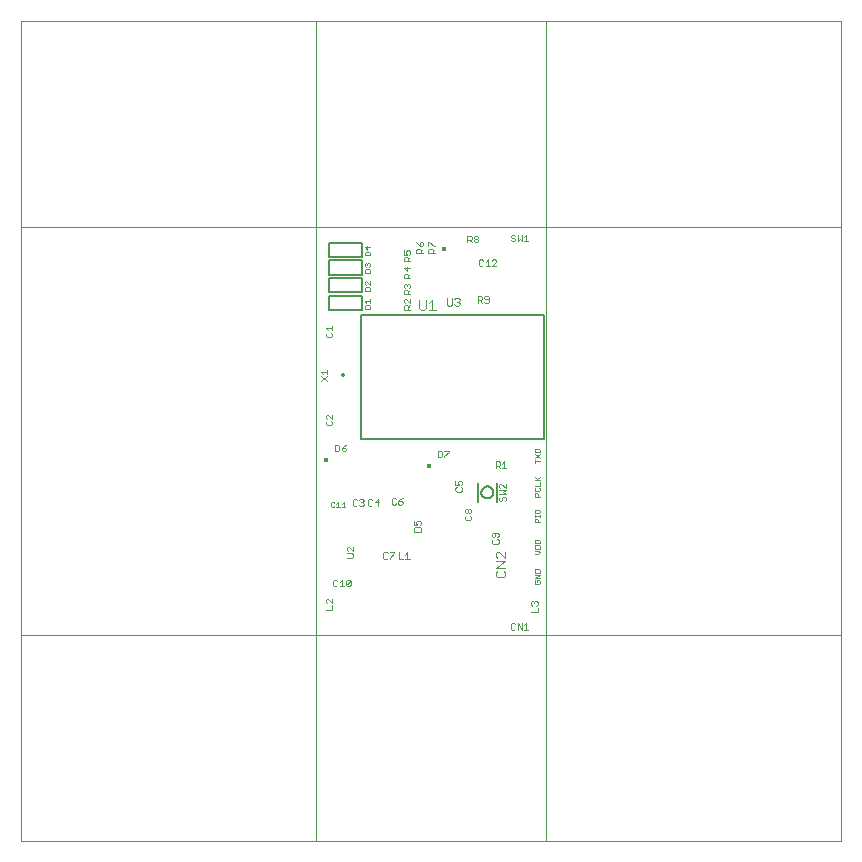
<source format=gto>
G75*
%MOIN*%
%OFA0B0*%
%FSLAX25Y25*%
%IPPOS*%
%LPD*%
%AMOC8*
5,1,8,0,0,1.08239X$1,22.5*
%
%ADD10C,0.00200*%
%ADD11C,0.00000*%
%ADD12C,0.00500*%
%ADD13C,0.00300*%
%ADD14C,0.01378*%
%ADD15R,0.01575X0.01575*%
%ADD16C,0.00400*%
D10*
X0102673Y0078265D02*
X0104837Y0078265D01*
X0104837Y0079708D01*
X0104837Y0080440D02*
X0103394Y0081883D01*
X0103034Y0081883D01*
X0102673Y0081522D01*
X0102673Y0080801D01*
X0103034Y0080440D01*
X0104837Y0080440D02*
X0104837Y0081883D01*
X0105565Y0086139D02*
X0106287Y0086139D01*
X0106647Y0086500D01*
X0107380Y0086139D02*
X0108822Y0086139D01*
X0108101Y0086139D02*
X0108101Y0088303D01*
X0107380Y0087582D01*
X0106647Y0087943D02*
X0106287Y0088303D01*
X0105565Y0088303D01*
X0105205Y0087943D01*
X0105205Y0086500D01*
X0105565Y0086139D01*
X0109555Y0086500D02*
X0110998Y0087943D01*
X0110998Y0086500D01*
X0110637Y0086139D01*
X0109916Y0086139D01*
X0109555Y0086500D01*
X0109555Y0087943D01*
X0109916Y0088303D01*
X0110637Y0088303D01*
X0110998Y0087943D01*
X0111563Y0095569D02*
X0109760Y0095569D01*
X0109760Y0097011D02*
X0111563Y0097011D01*
X0111924Y0096651D01*
X0111924Y0095929D01*
X0111563Y0095569D01*
X0111924Y0097744D02*
X0110481Y0099187D01*
X0110120Y0099187D01*
X0109760Y0098826D01*
X0109760Y0098104D01*
X0110120Y0097744D01*
X0111924Y0097744D02*
X0111924Y0099187D01*
X0121947Y0096998D02*
X0121947Y0095555D01*
X0122307Y0095194D01*
X0123029Y0095194D01*
X0123389Y0095555D01*
X0124122Y0095555D02*
X0125564Y0096998D01*
X0125564Y0097359D01*
X0124122Y0097359D01*
X0123389Y0096998D02*
X0123029Y0097359D01*
X0122307Y0097359D01*
X0121947Y0096998D01*
X0124122Y0095555D02*
X0124122Y0095194D01*
X0127065Y0095194D02*
X0127065Y0097359D01*
X0127065Y0095194D02*
X0128507Y0095194D01*
X0129240Y0095194D02*
X0130683Y0095194D01*
X0129961Y0095194D02*
X0129961Y0097359D01*
X0129240Y0096637D01*
X0132201Y0104250D02*
X0132201Y0105332D01*
X0132561Y0105692D01*
X0134004Y0105692D01*
X0134365Y0105332D01*
X0134365Y0104250D01*
X0132201Y0104250D01*
X0132201Y0106425D02*
X0133283Y0106425D01*
X0132922Y0107146D01*
X0132922Y0107507D01*
X0133283Y0107867D01*
X0134004Y0107867D01*
X0134365Y0107507D01*
X0134365Y0106785D01*
X0134004Y0106425D01*
X0132201Y0106425D02*
X0132201Y0107867D01*
X0127979Y0113305D02*
X0128340Y0113665D01*
X0128340Y0114026D01*
X0127979Y0114387D01*
X0126897Y0114387D01*
X0126897Y0113665D01*
X0127258Y0113305D01*
X0127979Y0113305D01*
X0126897Y0114387D02*
X0127618Y0115108D01*
X0128340Y0115469D01*
X0126165Y0115108D02*
X0125804Y0115469D01*
X0125083Y0115469D01*
X0124722Y0115108D01*
X0124722Y0113665D01*
X0125083Y0113305D01*
X0125804Y0113305D01*
X0126165Y0113665D01*
X0120446Y0113993D02*
X0119004Y0113993D01*
X0120086Y0115075D01*
X0120086Y0112911D01*
X0118271Y0113272D02*
X0117911Y0112911D01*
X0117189Y0112911D01*
X0116829Y0113272D01*
X0116829Y0114714D01*
X0117189Y0115075D01*
X0117911Y0115075D01*
X0118271Y0114714D01*
X0115328Y0114714D02*
X0115328Y0114354D01*
X0114968Y0113993D01*
X0115328Y0113632D01*
X0115328Y0113272D01*
X0114968Y0112911D01*
X0114246Y0112911D01*
X0113886Y0113272D01*
X0113153Y0113272D02*
X0112792Y0112911D01*
X0112071Y0112911D01*
X0111710Y0113272D01*
X0111710Y0114714D01*
X0112071Y0115075D01*
X0112792Y0115075D01*
X0113153Y0114714D01*
X0113886Y0114714D02*
X0114246Y0115075D01*
X0114968Y0115075D01*
X0115328Y0114714D01*
X0114968Y0113993D02*
X0114607Y0113993D01*
X0109317Y0112420D02*
X0108116Y0112420D01*
X0108716Y0112420D02*
X0108716Y0114222D01*
X0108116Y0113621D01*
X0107475Y0112420D02*
X0106274Y0112420D01*
X0106875Y0112420D02*
X0106875Y0114222D01*
X0106274Y0113621D01*
X0105634Y0113922D02*
X0105333Y0114222D01*
X0104733Y0114222D01*
X0104433Y0113922D01*
X0104433Y0112721D01*
X0104733Y0112420D01*
X0105333Y0112420D01*
X0105634Y0112721D01*
X0105824Y0131021D02*
X0106906Y0131021D01*
X0107267Y0131382D01*
X0107267Y0132825D01*
X0106906Y0133185D01*
X0105824Y0133185D01*
X0105824Y0131021D01*
X0107999Y0131382D02*
X0108360Y0131021D01*
X0109082Y0131021D01*
X0109442Y0131382D01*
X0109442Y0131743D01*
X0109082Y0132103D01*
X0107999Y0132103D01*
X0107999Y0131382D01*
X0107999Y0132103D02*
X0108721Y0132825D01*
X0109442Y0133185D01*
X0104476Y0139683D02*
X0104837Y0140043D01*
X0104837Y0140765D01*
X0104476Y0141125D01*
X0104837Y0141858D02*
X0103394Y0143300D01*
X0103034Y0143300D01*
X0102673Y0142940D01*
X0102673Y0142218D01*
X0103034Y0141858D01*
X0103034Y0141125D02*
X0102673Y0140765D01*
X0102673Y0140043D01*
X0103034Y0139683D01*
X0104476Y0139683D01*
X0104837Y0141858D02*
X0104837Y0143300D01*
X0103262Y0154643D02*
X0101098Y0156086D01*
X0101820Y0156818D02*
X0101098Y0157540D01*
X0103262Y0157540D01*
X0103262Y0158261D02*
X0103262Y0156818D01*
X0103262Y0156086D02*
X0101098Y0154643D01*
X0103034Y0169210D02*
X0104476Y0169210D01*
X0104837Y0169571D01*
X0104837Y0170292D01*
X0104476Y0170653D01*
X0104837Y0171385D02*
X0104837Y0172828D01*
X0104837Y0172107D02*
X0102673Y0172107D01*
X0103394Y0171385D01*
X0103034Y0170653D02*
X0102673Y0170292D01*
X0102673Y0169571D01*
X0103034Y0169210D01*
X0115665Y0178608D02*
X0115665Y0179592D01*
X0115993Y0179920D01*
X0117304Y0179920D01*
X0117632Y0179592D01*
X0117632Y0178608D01*
X0115665Y0178608D01*
X0116321Y0180602D02*
X0115665Y0181258D01*
X0117632Y0181258D01*
X0117632Y0180602D02*
X0117632Y0181914D01*
X0117632Y0184514D02*
X0117632Y0185497D01*
X0117304Y0185825D01*
X0115993Y0185825D01*
X0115665Y0185497D01*
X0115665Y0184514D01*
X0117632Y0184514D01*
X0117632Y0186508D02*
X0116321Y0187819D01*
X0115993Y0187819D01*
X0115665Y0187491D01*
X0115665Y0186836D01*
X0115993Y0186508D01*
X0117632Y0186508D02*
X0117632Y0187819D01*
X0117632Y0190419D02*
X0115665Y0190419D01*
X0115665Y0191403D01*
X0115993Y0191731D01*
X0117304Y0191731D01*
X0117632Y0191403D01*
X0117632Y0190419D01*
X0117304Y0192413D02*
X0117632Y0192741D01*
X0117632Y0193397D01*
X0117304Y0193725D01*
X0116977Y0193725D01*
X0116649Y0193397D01*
X0116649Y0193069D01*
X0116649Y0193397D02*
X0116321Y0193725D01*
X0115993Y0193725D01*
X0115665Y0193397D01*
X0115665Y0192741D01*
X0115993Y0192413D01*
X0115665Y0196325D02*
X0115665Y0197308D01*
X0115993Y0197636D01*
X0117304Y0197636D01*
X0117632Y0197308D01*
X0117632Y0196325D01*
X0115665Y0196325D01*
X0116649Y0198319D02*
X0115665Y0199302D01*
X0117632Y0199302D01*
X0116649Y0199630D02*
X0116649Y0198319D01*
X0128657Y0198005D02*
X0128657Y0196563D01*
X0129739Y0196563D01*
X0129379Y0197284D01*
X0129379Y0197645D01*
X0129739Y0198005D01*
X0130461Y0198005D01*
X0130821Y0197645D01*
X0130821Y0196923D01*
X0130461Y0196563D01*
X0130821Y0195830D02*
X0130100Y0195109D01*
X0130100Y0195470D02*
X0130100Y0194388D01*
X0130821Y0194388D02*
X0128657Y0194388D01*
X0128657Y0195470D01*
X0129018Y0195830D01*
X0129739Y0195830D01*
X0130100Y0195470D01*
X0129739Y0192494D02*
X0129739Y0191051D01*
X0128657Y0192133D01*
X0130821Y0192133D01*
X0130821Y0190319D02*
X0130100Y0189597D01*
X0130100Y0189958D02*
X0130100Y0188876D01*
X0130821Y0188876D02*
X0128657Y0188876D01*
X0128657Y0189958D01*
X0129018Y0190319D01*
X0129739Y0190319D01*
X0130100Y0189958D01*
X0130100Y0186982D02*
X0130461Y0186982D01*
X0130821Y0186621D01*
X0130821Y0185900D01*
X0130461Y0185539D01*
X0130821Y0184807D02*
X0130100Y0184085D01*
X0130100Y0184446D02*
X0130100Y0183364D01*
X0130821Y0183364D02*
X0128657Y0183364D01*
X0128657Y0184446D01*
X0129018Y0184807D01*
X0129739Y0184807D01*
X0130100Y0184446D01*
X0129018Y0185539D02*
X0128657Y0185900D01*
X0128657Y0186621D01*
X0129018Y0186982D01*
X0129379Y0186982D01*
X0129739Y0186621D01*
X0130100Y0186982D01*
X0129739Y0186621D02*
X0129739Y0186260D01*
X0129379Y0181864D02*
X0129018Y0181864D01*
X0128657Y0181503D01*
X0128657Y0180782D01*
X0129018Y0180421D01*
X0129018Y0179689D02*
X0129739Y0179689D01*
X0130100Y0179328D01*
X0130100Y0178246D01*
X0130100Y0178967D02*
X0130821Y0179689D01*
X0130821Y0180421D02*
X0129379Y0181864D01*
X0130821Y0181864D02*
X0130821Y0180421D01*
X0129018Y0179689D02*
X0128657Y0179328D01*
X0128657Y0178246D01*
X0130821Y0178246D01*
X0143030Y0180072D02*
X0143464Y0179639D01*
X0144331Y0179639D01*
X0144765Y0180072D01*
X0144765Y0182241D01*
X0145608Y0181807D02*
X0146042Y0182241D01*
X0146910Y0182241D01*
X0147343Y0181807D01*
X0147343Y0181373D01*
X0146910Y0180940D01*
X0147343Y0180506D01*
X0147343Y0180072D01*
X0146910Y0179639D01*
X0146042Y0179639D01*
X0145608Y0180072D01*
X0146476Y0180940D02*
X0146910Y0180940D01*
X0143030Y0180072D02*
X0143030Y0182241D01*
X0153443Y0182792D02*
X0153443Y0180628D01*
X0153443Y0181349D02*
X0154525Y0181349D01*
X0154885Y0181710D01*
X0154885Y0182431D01*
X0154525Y0182792D01*
X0153443Y0182792D01*
X0154164Y0181349D02*
X0154885Y0180628D01*
X0155618Y0180988D02*
X0155978Y0180628D01*
X0156700Y0180628D01*
X0157061Y0180988D01*
X0157061Y0182431D01*
X0156700Y0182792D01*
X0155978Y0182792D01*
X0155618Y0182431D01*
X0155618Y0182070D01*
X0155978Y0181710D01*
X0157061Y0181710D01*
X0156752Y0192832D02*
X0156752Y0194996D01*
X0156031Y0194275D01*
X0155299Y0194636D02*
X0154938Y0194996D01*
X0154217Y0194996D01*
X0153856Y0194636D01*
X0153856Y0193193D01*
X0154217Y0192832D01*
X0154938Y0192832D01*
X0155299Y0193193D01*
X0156031Y0192832D02*
X0157474Y0192832D01*
X0158206Y0192832D02*
X0159649Y0194275D01*
X0159649Y0194636D01*
X0159288Y0194996D01*
X0158567Y0194996D01*
X0158206Y0194636D01*
X0158206Y0192832D02*
X0159649Y0192832D01*
X0164846Y0201100D02*
X0164486Y0201461D01*
X0164846Y0201100D02*
X0165568Y0201100D01*
X0165929Y0201461D01*
X0165929Y0201821D01*
X0165568Y0202182D01*
X0164846Y0202182D01*
X0164486Y0202543D01*
X0164486Y0202903D01*
X0164846Y0203264D01*
X0165568Y0203264D01*
X0165929Y0202903D01*
X0166661Y0203264D02*
X0166661Y0201100D01*
X0167382Y0201821D01*
X0168104Y0201100D01*
X0168104Y0203264D01*
X0168836Y0202543D02*
X0169557Y0203264D01*
X0169557Y0201100D01*
X0168836Y0201100D02*
X0170279Y0201100D01*
X0153537Y0201067D02*
X0153176Y0200706D01*
X0152455Y0200706D01*
X0152094Y0201067D01*
X0152094Y0201428D01*
X0152455Y0201788D01*
X0153176Y0201788D01*
X0153537Y0201428D01*
X0153537Y0201067D01*
X0153176Y0201788D02*
X0153537Y0202149D01*
X0153537Y0202510D01*
X0153176Y0202870D01*
X0152455Y0202870D01*
X0152094Y0202510D01*
X0152094Y0202149D01*
X0152455Y0201788D01*
X0151362Y0201788D02*
X0151001Y0201428D01*
X0149919Y0201428D01*
X0150640Y0201428D02*
X0151362Y0200706D01*
X0151362Y0201788D02*
X0151362Y0202510D01*
X0151001Y0202870D01*
X0149919Y0202870D01*
X0149919Y0200706D01*
X0139089Y0199338D02*
X0138728Y0199338D01*
X0137286Y0200781D01*
X0136925Y0200781D01*
X0136925Y0199338D01*
X0137286Y0198606D02*
X0138007Y0198606D01*
X0138368Y0198245D01*
X0138368Y0197163D01*
X0139089Y0197163D02*
X0136925Y0197163D01*
X0136925Y0198245D01*
X0137286Y0198606D01*
X0138368Y0197884D02*
X0139089Y0198606D01*
X0135152Y0198606D02*
X0134431Y0197884D01*
X0134431Y0198245D02*
X0134431Y0197163D01*
X0135152Y0197163D02*
X0132988Y0197163D01*
X0132988Y0198245D01*
X0133349Y0198606D01*
X0134070Y0198606D01*
X0134431Y0198245D01*
X0134791Y0199338D02*
X0135152Y0199699D01*
X0135152Y0200420D01*
X0134791Y0200781D01*
X0134431Y0200781D01*
X0134070Y0200420D01*
X0134070Y0199338D01*
X0134791Y0199338D01*
X0134070Y0199338D02*
X0133349Y0200059D01*
X0132988Y0200781D01*
X0140076Y0131217D02*
X0141158Y0131217D01*
X0141519Y0130856D01*
X0141519Y0129413D01*
X0141158Y0129053D01*
X0140076Y0129053D01*
X0140076Y0131217D01*
X0142251Y0131217D02*
X0143694Y0131217D01*
X0143694Y0130856D01*
X0142251Y0129413D01*
X0142251Y0129053D01*
X0145980Y0121253D02*
X0145980Y0119811D01*
X0147062Y0119811D01*
X0146701Y0120532D01*
X0146701Y0120893D01*
X0147062Y0121253D01*
X0147783Y0121253D01*
X0148144Y0120893D01*
X0148144Y0120171D01*
X0147783Y0119811D01*
X0147783Y0119078D02*
X0148144Y0118717D01*
X0148144Y0117996D01*
X0147783Y0117635D01*
X0146341Y0117635D01*
X0145980Y0117996D01*
X0145980Y0118717D01*
X0146341Y0119078D01*
X0149490Y0111804D02*
X0149851Y0111804D01*
X0150212Y0111444D01*
X0150212Y0110722D01*
X0149851Y0110362D01*
X0149490Y0110362D01*
X0149130Y0110722D01*
X0149130Y0111444D01*
X0149490Y0111804D01*
X0150212Y0111444D02*
X0150572Y0111804D01*
X0150933Y0111804D01*
X0151294Y0111444D01*
X0151294Y0110722D01*
X0150933Y0110362D01*
X0150572Y0110362D01*
X0150212Y0110722D01*
X0150933Y0109629D02*
X0151294Y0109269D01*
X0151294Y0108547D01*
X0150933Y0108187D01*
X0149490Y0108187D01*
X0149130Y0108547D01*
X0149130Y0109269D01*
X0149490Y0109629D01*
X0158185Y0103550D02*
X0158185Y0102829D01*
X0158545Y0102468D01*
X0158906Y0102468D01*
X0159267Y0102829D01*
X0159267Y0103911D01*
X0159988Y0103911D02*
X0158545Y0103911D01*
X0158185Y0103550D01*
X0159988Y0103911D02*
X0160349Y0103550D01*
X0160349Y0102829D01*
X0159988Y0102468D01*
X0159988Y0101736D02*
X0160349Y0101375D01*
X0160349Y0100654D01*
X0159988Y0100293D01*
X0158545Y0100293D01*
X0158185Y0100654D01*
X0158185Y0101375D01*
X0158545Y0101736D01*
X0172358Y0101316D02*
X0172358Y0100431D01*
X0174128Y0100431D01*
X0174128Y0101316D01*
X0173833Y0101611D01*
X0172653Y0101611D01*
X0172358Y0101316D01*
X0172653Y0099799D02*
X0172358Y0099504D01*
X0172358Y0098619D01*
X0174128Y0098619D01*
X0174128Y0099504D01*
X0173833Y0099799D01*
X0172653Y0099799D01*
X0172358Y0097986D02*
X0173538Y0097986D01*
X0174128Y0097396D01*
X0173538Y0096806D01*
X0172358Y0096806D01*
X0172653Y0091769D02*
X0172358Y0091474D01*
X0172358Y0090589D01*
X0174128Y0090589D01*
X0174128Y0091474D01*
X0173833Y0091769D01*
X0172653Y0091769D01*
X0172358Y0089956D02*
X0174128Y0089956D01*
X0172358Y0088776D01*
X0174128Y0088776D01*
X0173833Y0088144D02*
X0173243Y0088144D01*
X0173243Y0087554D01*
X0172653Y0088144D02*
X0172358Y0087849D01*
X0172358Y0087259D01*
X0172653Y0086964D01*
X0173833Y0086964D01*
X0174128Y0087259D01*
X0174128Y0087849D01*
X0173833Y0088144D01*
X0172980Y0081076D02*
X0173341Y0080716D01*
X0173341Y0079994D01*
X0172980Y0079634D01*
X0173341Y0078901D02*
X0173341Y0077458D01*
X0171177Y0077458D01*
X0171538Y0079634D02*
X0171177Y0079994D01*
X0171177Y0080716D01*
X0171538Y0081076D01*
X0171898Y0081076D01*
X0172259Y0080716D01*
X0172620Y0081076D01*
X0172980Y0081076D01*
X0172259Y0080716D02*
X0172259Y0080355D01*
X0169557Y0073736D02*
X0169557Y0071572D01*
X0168836Y0071572D02*
X0170279Y0071572D01*
X0168836Y0073015D02*
X0169557Y0073736D01*
X0168104Y0073736D02*
X0168104Y0071572D01*
X0166661Y0073736D01*
X0166661Y0071572D01*
X0165929Y0071933D02*
X0165568Y0071572D01*
X0164846Y0071572D01*
X0164486Y0071933D01*
X0164486Y0073376D01*
X0164846Y0073736D01*
X0165568Y0073736D01*
X0165929Y0073376D01*
X0172358Y0107345D02*
X0172358Y0108230D01*
X0172653Y0108525D01*
X0173243Y0108525D01*
X0173538Y0108230D01*
X0173538Y0107345D01*
X0174128Y0107345D02*
X0172358Y0107345D01*
X0172358Y0109157D02*
X0172358Y0109747D01*
X0172358Y0109452D02*
X0174128Y0109452D01*
X0174128Y0109157D02*
X0174128Y0109747D01*
X0173833Y0110366D02*
X0172653Y0110366D01*
X0172358Y0110661D01*
X0172358Y0111251D01*
X0172653Y0111546D01*
X0173833Y0111546D01*
X0174128Y0111251D01*
X0174128Y0110661D01*
X0173833Y0110366D01*
X0173538Y0115979D02*
X0173538Y0116864D01*
X0173243Y0117159D01*
X0172653Y0117159D01*
X0172358Y0116864D01*
X0172358Y0115979D01*
X0174128Y0115979D01*
X0173833Y0117791D02*
X0174128Y0118086D01*
X0174128Y0118676D01*
X0173833Y0118971D01*
X0174128Y0119604D02*
X0174128Y0120784D01*
X0174128Y0121416D02*
X0172358Y0121416D01*
X0173243Y0121711D02*
X0174128Y0122596D01*
X0173538Y0121416D02*
X0172358Y0122596D01*
X0172358Y0119604D02*
X0174128Y0119604D01*
X0172653Y0118971D02*
X0172358Y0118676D01*
X0172358Y0118086D01*
X0172653Y0117791D01*
X0173833Y0117791D01*
X0172358Y0127121D02*
X0172358Y0128301D01*
X0172358Y0127711D02*
X0174128Y0127711D01*
X0174128Y0128934D02*
X0172358Y0130114D01*
X0172358Y0130746D02*
X0172358Y0131631D01*
X0172653Y0131926D01*
X0173833Y0131926D01*
X0174128Y0131631D01*
X0174128Y0130746D01*
X0172358Y0130746D01*
X0172358Y0128934D02*
X0174128Y0130114D01*
X0162985Y0125509D02*
X0161543Y0125509D01*
X0162264Y0125509D02*
X0162264Y0127673D01*
X0161543Y0126952D01*
X0160810Y0127313D02*
X0160810Y0126591D01*
X0160450Y0126231D01*
X0159368Y0126231D01*
X0160089Y0126231D02*
X0160810Y0125509D01*
X0159368Y0125509D02*
X0159368Y0127673D01*
X0160450Y0127673D01*
X0160810Y0127313D01*
D11*
X0001000Y0001000D02*
X0001000Y0274622D01*
X0274622Y0274622D01*
X0274622Y0001000D01*
X0001000Y0001000D01*
X0001000Y0069898D02*
X0274622Y0069898D01*
X0176197Y0001000D02*
X0176197Y0274622D01*
X0099425Y0274622D02*
X0099425Y0001000D01*
X0001000Y0205724D02*
X0274622Y0205724D01*
D12*
X0175606Y0176394D02*
X0175606Y0135055D01*
X0114583Y0135055D01*
X0114583Y0176394D01*
X0175606Y0176394D01*
X0159706Y0120542D02*
X0159706Y0114243D01*
X0154587Y0117393D02*
X0154589Y0117481D01*
X0154595Y0117569D01*
X0154605Y0117657D01*
X0154619Y0117745D01*
X0154636Y0117831D01*
X0154658Y0117917D01*
X0154683Y0118001D01*
X0154713Y0118085D01*
X0154745Y0118167D01*
X0154782Y0118247D01*
X0154822Y0118326D01*
X0154866Y0118403D01*
X0154913Y0118478D01*
X0154963Y0118550D01*
X0155017Y0118621D01*
X0155073Y0118688D01*
X0155133Y0118754D01*
X0155195Y0118816D01*
X0155261Y0118876D01*
X0155328Y0118932D01*
X0155399Y0118986D01*
X0155471Y0119036D01*
X0155546Y0119083D01*
X0155623Y0119127D01*
X0155702Y0119167D01*
X0155782Y0119204D01*
X0155864Y0119236D01*
X0155948Y0119266D01*
X0156032Y0119291D01*
X0156118Y0119313D01*
X0156204Y0119330D01*
X0156292Y0119344D01*
X0156380Y0119354D01*
X0156468Y0119360D01*
X0156556Y0119362D01*
X0156644Y0119360D01*
X0156732Y0119354D01*
X0156820Y0119344D01*
X0156908Y0119330D01*
X0156994Y0119313D01*
X0157080Y0119291D01*
X0157164Y0119266D01*
X0157248Y0119236D01*
X0157330Y0119204D01*
X0157410Y0119167D01*
X0157489Y0119127D01*
X0157566Y0119083D01*
X0157641Y0119036D01*
X0157713Y0118986D01*
X0157784Y0118932D01*
X0157851Y0118876D01*
X0157917Y0118816D01*
X0157979Y0118754D01*
X0158039Y0118688D01*
X0158095Y0118621D01*
X0158149Y0118550D01*
X0158199Y0118478D01*
X0158246Y0118403D01*
X0158290Y0118326D01*
X0158330Y0118247D01*
X0158367Y0118167D01*
X0158399Y0118085D01*
X0158429Y0118001D01*
X0158454Y0117917D01*
X0158476Y0117831D01*
X0158493Y0117745D01*
X0158507Y0117657D01*
X0158517Y0117569D01*
X0158523Y0117481D01*
X0158525Y0117393D01*
X0158523Y0117305D01*
X0158517Y0117217D01*
X0158507Y0117129D01*
X0158493Y0117041D01*
X0158476Y0116955D01*
X0158454Y0116869D01*
X0158429Y0116785D01*
X0158399Y0116701D01*
X0158367Y0116619D01*
X0158330Y0116539D01*
X0158290Y0116460D01*
X0158246Y0116383D01*
X0158199Y0116308D01*
X0158149Y0116236D01*
X0158095Y0116165D01*
X0158039Y0116098D01*
X0157979Y0116032D01*
X0157917Y0115970D01*
X0157851Y0115910D01*
X0157784Y0115854D01*
X0157713Y0115800D01*
X0157641Y0115750D01*
X0157566Y0115703D01*
X0157489Y0115659D01*
X0157410Y0115619D01*
X0157330Y0115582D01*
X0157248Y0115550D01*
X0157164Y0115520D01*
X0157080Y0115495D01*
X0156994Y0115473D01*
X0156908Y0115456D01*
X0156820Y0115442D01*
X0156732Y0115432D01*
X0156644Y0115426D01*
X0156556Y0115424D01*
X0156468Y0115426D01*
X0156380Y0115432D01*
X0156292Y0115442D01*
X0156204Y0115456D01*
X0156118Y0115473D01*
X0156032Y0115495D01*
X0155948Y0115520D01*
X0155864Y0115550D01*
X0155782Y0115582D01*
X0155702Y0115619D01*
X0155623Y0115659D01*
X0155546Y0115703D01*
X0155471Y0115750D01*
X0155399Y0115800D01*
X0155328Y0115854D01*
X0155261Y0115910D01*
X0155195Y0115970D01*
X0155133Y0116032D01*
X0155073Y0116098D01*
X0155017Y0116165D01*
X0154963Y0116236D01*
X0154913Y0116308D01*
X0154866Y0116383D01*
X0154822Y0116460D01*
X0154782Y0116539D01*
X0154745Y0116619D01*
X0154713Y0116701D01*
X0154683Y0116785D01*
X0154658Y0116869D01*
X0154636Y0116955D01*
X0154619Y0117041D01*
X0154605Y0117129D01*
X0154595Y0117217D01*
X0154589Y0117305D01*
X0154587Y0117393D01*
X0153406Y0120542D02*
X0153406Y0114243D01*
X0114780Y0178165D02*
X0103756Y0178165D01*
X0103756Y0182890D01*
X0114780Y0182890D01*
X0114780Y0178165D01*
X0114780Y0184071D02*
X0103756Y0184071D01*
X0103756Y0188795D01*
X0114780Y0188795D01*
X0114780Y0184071D01*
X0114780Y0189976D02*
X0103756Y0189976D01*
X0103756Y0194701D01*
X0114780Y0194701D01*
X0114780Y0189976D01*
X0114780Y0195882D02*
X0103756Y0195882D01*
X0103756Y0200606D01*
X0114780Y0200606D01*
X0114780Y0195882D01*
D13*
X0133958Y0181547D02*
X0133958Y0178842D01*
X0134499Y0178301D01*
X0135581Y0178301D01*
X0136122Y0178842D01*
X0136122Y0181547D01*
X0137220Y0180465D02*
X0138302Y0181547D01*
X0138302Y0178301D01*
X0137220Y0178301D02*
X0139384Y0178301D01*
X0160953Y0120262D02*
X0160609Y0119918D01*
X0160609Y0119230D01*
X0160953Y0118886D01*
X0160609Y0118087D02*
X0162673Y0118087D01*
X0161985Y0117399D01*
X0162673Y0116711D01*
X0160609Y0116711D01*
X0160953Y0115912D02*
X0160609Y0115568D01*
X0160609Y0114880D01*
X0160953Y0114536D01*
X0161297Y0114536D01*
X0161641Y0114880D01*
X0161641Y0115568D01*
X0161985Y0115912D01*
X0162329Y0115912D01*
X0162673Y0115568D01*
X0162673Y0114880D01*
X0162329Y0114536D01*
X0162673Y0118886D02*
X0161297Y0120262D01*
X0160953Y0120262D01*
X0162673Y0120262D02*
X0162673Y0118886D01*
D14*
X0108480Y0156512D03*
D15*
X0102969Y0128165D03*
X0137220Y0126197D03*
X0142181Y0198480D03*
D16*
X0159989Y0097618D02*
X0159465Y0097094D01*
X0159465Y0096045D01*
X0159989Y0095521D01*
X0159465Y0094355D02*
X0162611Y0094355D01*
X0159465Y0092258D01*
X0162611Y0092258D01*
X0162087Y0091093D02*
X0162611Y0090568D01*
X0162611Y0089520D01*
X0162087Y0088995D01*
X0159989Y0088995D01*
X0159465Y0089520D01*
X0159465Y0090568D01*
X0159989Y0091093D01*
X0162611Y0095521D02*
X0160514Y0097618D01*
X0159989Y0097618D01*
X0162611Y0097618D02*
X0162611Y0095521D01*
M02*

</source>
